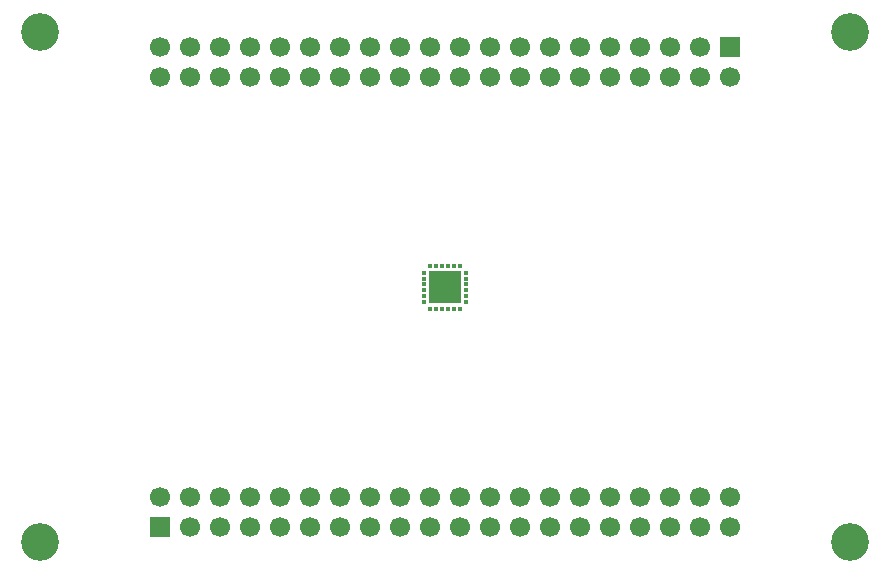
<source format=gbr>
G04 #@! TF.GenerationSoftware,KiCad,Pcbnew,6.0.4+dfsg-1+b1*
G04 #@! TF.CreationDate,2022-05-04T11:51:56+08:00*
G04 #@! TF.ProjectId,test,74657374-2e6b-4696-9361-645f70636258,rev?*
G04 #@! TF.SameCoordinates,Original*
G04 #@! TF.FileFunction,Copper,L1,Top*
G04 #@! TF.FilePolarity,Positive*
%FSLAX46Y46*%
G04 Gerber Fmt 4.6, Leading zero omitted, Abs format (unit mm)*
G04 Created by KiCad (PCBNEW 6.0.4+dfsg-1+b1) date 2022-05-04 11:51:56*
%MOMM*%
%LPD*%
G01*
G04 APERTURE LIST*
G04 Aperture macros list*
%AMRoundRect*
0 Rectangle with rounded corners*
0 $1 Rounding radius*
0 $2 $3 $4 $5 $6 $7 $8 $9 X,Y pos of 4 corners*
0 Add a 4 corners polygon primitive as box body*
4,1,4,$2,$3,$4,$5,$6,$7,$8,$9,$2,$3,0*
0 Add four circle primitives for the rounded corners*
1,1,$1+$1,$2,$3*
1,1,$1+$1,$4,$5*
1,1,$1+$1,$6,$7*
1,1,$1+$1,$8,$9*
0 Add four rect primitives between the rounded corners*
20,1,$1+$1,$2,$3,$4,$5,0*
20,1,$1+$1,$4,$5,$6,$7,0*
20,1,$1+$1,$6,$7,$8,$9,0*
20,1,$1+$1,$8,$9,$2,$3,0*%
G04 Aperture macros list end*
G04 #@! TA.AperFunction,SMDPad,CuDef*
%ADD10RoundRect,0.100000X-0.100000X-0.100000X0.100000X-0.100000X0.100000X0.100000X-0.100000X0.100000X0*%
G04 #@! TD*
G04 #@! TA.AperFunction,ComponentPad*
%ADD11C,0.600000*%
G04 #@! TD*
G04 #@! TA.AperFunction,SMDPad,CuDef*
%ADD12R,2.800000X2.800000*%
G04 #@! TD*
G04 #@! TA.AperFunction,ComponentPad*
%ADD13C,3.200000*%
G04 #@! TD*
G04 #@! TA.AperFunction,ComponentPad*
%ADD14R,1.700000X1.700000*%
G04 #@! TD*
G04 #@! TA.AperFunction,ComponentPad*
%ADD15C,1.700000*%
G04 #@! TD*
G04 APERTURE END LIST*
D10*
G04 #@! TO.P,U1,1,P1_0*
G04 #@! TO.N,unconnected-(U1-Pad1)*
X131550000Y-87650000D03*
G04 #@! TO.P,U1,2,P1_1*
G04 #@! TO.N,unconnected-(U1-Pad2)*
X131550000Y-88150000D03*
G04 #@! TO.P,U1,3,P1_2*
G04 #@! TO.N,unconnected-(U1-Pad3)*
X131550000Y-88650000D03*
G04 #@! TO.P,U1,4,P1_3*
G04 #@! TO.N,unconnected-(U1-Pad4)*
X131550000Y-89150000D03*
G04 #@! TO.P,U1,5,P0_0*
G04 #@! TO.N,unconnected-(U1-Pad5)*
X131550000Y-89650000D03*
G04 #@! TO.P,U1,6,P0_1*
G04 #@! TO.N,unconnected-(U1-Pad6)*
X131550000Y-90150000D03*
G04 #@! TO.P,U1,7,P0_2*
G04 #@! TO.N,unconnected-(U1-Pad7)*
X132100000Y-90700000D03*
G04 #@! TO.P,U1,8,P0_3*
G04 #@! TO.N,unconnected-(U1-Pad8)*
X132600000Y-90700000D03*
G04 #@! TO.P,U1,9,GND*
G04 #@! TO.N,unconnected-(U1-Pad9)*
X133100000Y-90700000D03*
G04 #@! TO.P,U1,10,P0_4*
G04 #@! TO.N,unconnected-(U1-Pad10)*
X133600000Y-90700000D03*
G04 #@! TO.P,U1,11,P0_5*
G04 #@! TO.N,unconnected-(U1-Pad11)*
X134100000Y-90700000D03*
G04 #@! TO.P,U1,12,P0_6*
G04 #@! TO.N,unconnected-(U1-Pad12)*
X134600000Y-90700000D03*
G04 #@! TO.P,U1,13,P0_7*
G04 #@! TO.N,unconnected-(U1-Pad13)*
X135150000Y-90150000D03*
G04 #@! TO.P,U1,14,P1_4*
G04 #@! TO.N,unconnected-(U1-Pad14)*
X135150000Y-89650000D03*
G04 #@! TO.P,U1,15,P1_5*
G04 #@! TO.N,unconnected-(U1-Pad15)*
X135150000Y-89150000D03*
G04 #@! TO.P,U1,16,P1_6*
G04 #@! TO.N,unconnected-(U1-Pad16)*
X135150000Y-88650000D03*
G04 #@! TO.P,U1,17,P1_7*
G04 #@! TO.N,unconnected-(U1-Pad17)*
X135150000Y-88150000D03*
G04 #@! TO.P,U1,18,AD0*
G04 #@! TO.N,unconnected-(U1-Pad18)*
X135150000Y-87650000D03*
G04 #@! TO.P,U1,19,SCL*
G04 #@! TO.N,unconnected-(U1-Pad19)*
X134600000Y-87100000D03*
G04 #@! TO.P,U1,20,SDA*
G04 #@! TO.N,unconnected-(U1-Pad20)*
X134100000Y-87100000D03*
G04 #@! TO.P,U1,21,VCC*
G04 #@! TO.N,unconnected-(U1-Pad21)*
X133600000Y-87100000D03*
G04 #@! TO.P,U1,22,INTN*
G04 #@! TO.N,unconnected-(U1-Pad22)*
X133100000Y-87100000D03*
G04 #@! TO.P,U1,23,RSTN*
G04 #@! TO.N,unconnected-(U1-Pad23)*
X132600000Y-87100000D03*
G04 #@! TO.P,U1,24,AD1*
G04 #@! TO.N,unconnected-(U1-Pad24)*
X132100000Y-87100000D03*
D11*
G04 #@! TO.P,U1,25,GND*
G04 #@! TO.N,unconnected-(U1-Pad25)*
X133350000Y-90000000D03*
X132250000Y-88900000D03*
X132250000Y-87800000D03*
X133350000Y-88900000D03*
X133350000Y-87800000D03*
X134450000Y-88900000D03*
D12*
X133350000Y-88900000D03*
D11*
X134450000Y-90000000D03*
X134450000Y-87800000D03*
X132250000Y-90000000D03*
G04 #@! TD*
D13*
G04 #@! TO.P,J1,*
G04 #@! TO.N,*
X99060000Y-67310000D03*
X167640000Y-67310000D03*
X167640000Y-110490000D03*
X99060000Y-110490000D03*
D14*
G04 #@! TO.P,J1,1,3.3V*
G04 #@! TO.N,unconnected-(J1-Pad1)*
X109220000Y-109220000D03*
D15*
G04 #@! TO.P,J1,2,GND*
G04 #@! TO.N,unconnected-(J1-Pad2)*
X109220000Y-106680000D03*
G04 #@! TO.P,J1,3,BO0*
G04 #@! TO.N,unconnected-(J1-Pad3)*
X111760000Y-109220000D03*
G04 #@! TO.P,J1,4,NRST*
G04 #@! TO.N,unconnected-(J1-Pad4)*
X111760000Y-106680000D03*
G04 #@! TO.P,J1,5,PC0*
G04 #@! TO.N,unconnected-(J1-Pad5)*
X114300000Y-109220000D03*
G04 #@! TO.P,J1,6,PC1*
G04 #@! TO.N,unconnected-(J1-Pad6)*
X114300000Y-106680000D03*
G04 #@! TO.P,J1,7,PC2*
G04 #@! TO.N,unconnected-(J1-Pad7)*
X116840000Y-109220000D03*
G04 #@! TO.P,J1,8,PC3*
G04 #@! TO.N,unconnected-(J1-Pad8)*
X116840000Y-106680000D03*
G04 #@! TO.P,J1,9,PA0*
G04 #@! TO.N,unconnected-(J1-Pad9)*
X119380000Y-109220000D03*
G04 #@! TO.P,J1,10,PA1*
G04 #@! TO.N,unconnected-(J1-Pad10)*
X119380000Y-106680000D03*
G04 #@! TO.P,J1,11,PA2*
G04 #@! TO.N,unconnected-(J1-Pad11)*
X121920000Y-109220000D03*
G04 #@! TO.P,J1,12,PA3*
G04 #@! TO.N,unconnected-(J1-Pad12)*
X121920000Y-106680000D03*
G04 #@! TO.P,J1,13,PA4*
G04 #@! TO.N,unconnected-(J1-Pad13)*
X124460000Y-109220000D03*
G04 #@! TO.P,J1,14,PA5*
G04 #@! TO.N,unconnected-(J1-Pad14)*
X124460000Y-106680000D03*
G04 #@! TO.P,J1,15,PA6*
G04 #@! TO.N,unconnected-(J1-Pad15)*
X127000000Y-109220000D03*
G04 #@! TO.P,J1,16,PA7*
G04 #@! TO.N,unconnected-(J1-Pad16)*
X127000000Y-106680000D03*
G04 #@! TO.P,J1,17,PC4*
G04 #@! TO.N,unconnected-(J1-Pad17)*
X129540000Y-109220000D03*
G04 #@! TO.P,J1,18,PC5*
G04 #@! TO.N,unconnected-(J1-Pad18)*
X129540000Y-106680000D03*
G04 #@! TO.P,J1,19,PB0*
G04 #@! TO.N,unconnected-(J1-Pad19)*
X132080000Y-109220000D03*
G04 #@! TO.P,J1,20,PB1*
G04 #@! TO.N,unconnected-(J1-Pad20)*
X132080000Y-106680000D03*
G04 #@! TO.P,J1,21,PB2*
G04 #@! TO.N,unconnected-(J1-Pad21)*
X134620000Y-109220000D03*
G04 #@! TO.P,J1,22,U0*
G04 #@! TO.N,unconnected-(J1-Pad22)*
X134620000Y-106680000D03*
G04 #@! TO.P,J1,23,PB10*
G04 #@! TO.N,unconnected-(J1-Pad23)*
X137160000Y-109220000D03*
G04 #@! TO.P,J1,24,PB11*
G04 #@! TO.N,unconnected-(J1-Pad24)*
X137160000Y-106680000D03*
G04 #@! TO.P,J1,25,PB12*
G04 #@! TO.N,unconnected-(J1-Pad25)*
X139700000Y-109220000D03*
G04 #@! TO.P,J1,26,PB13*
G04 #@! TO.N,unconnected-(J1-Pad26)*
X139700000Y-106680000D03*
G04 #@! TO.P,J1,27,PB14*
G04 #@! TO.N,unconnected-(J1-Pad27)*
X142240000Y-109220000D03*
G04 #@! TO.P,J1,28,PB15*
G04 #@! TO.N,unconnected-(J1-Pad28)*
X142240000Y-106680000D03*
G04 #@! TO.P,J1,29,PC6*
G04 #@! TO.N,unconnected-(J1-Pad29)*
X144780000Y-109220000D03*
G04 #@! TO.P,J1,30,PC7*
G04 #@! TO.N,unconnected-(J1-Pad30)*
X144780000Y-106680000D03*
G04 #@! TO.P,J1,31,PC8*
G04 #@! TO.N,unconnected-(J1-Pad31)*
X147320000Y-109220000D03*
G04 #@! TO.P,J1,32,PC9*
G04 #@! TO.N,unconnected-(J1-Pad32)*
X147320000Y-106680000D03*
G04 #@! TO.P,J1,33,U1*
G04 #@! TO.N,unconnected-(J1-Pad33)*
X149860000Y-109220000D03*
G04 #@! TO.P,J1,34,U2*
G04 #@! TO.N,unconnected-(J1-Pad34)*
X149860000Y-106680000D03*
G04 #@! TO.P,J1,35,U3*
G04 #@! TO.N,unconnected-(J1-Pad35)*
X152400000Y-109220000D03*
G04 #@! TO.P,J1,36,U4*
G04 #@! TO.N,unconnected-(J1-Pad36)*
X152400000Y-106680000D03*
G04 #@! TO.P,J1,37,3.3V*
G04 #@! TO.N,unconnected-(J1-Pad37)*
X154940000Y-109220000D03*
G04 #@! TO.P,J1,38,GND*
G04 #@! TO.N,unconnected-(J1-Pad38)*
X154940000Y-106680000D03*
G04 #@! TO.P,J1,39,5V*
G04 #@! TO.N,unconnected-(J1-Pad39)*
X157480000Y-109220000D03*
G04 #@! TO.P,J1,40,GND*
G04 #@! TO.N,unconnected-(J1-Pad40)*
X157480000Y-106680000D03*
D14*
G04 #@! TO.P,J1,41,5V*
G04 #@! TO.N,unconnected-(J1-Pad41)*
X157480000Y-68580000D03*
D15*
G04 #@! TO.P,J1,42,GND*
G04 #@! TO.N,unconnected-(J1-Pad42)*
X157480000Y-71120000D03*
G04 #@! TO.P,J1,43,3.3V*
G04 #@! TO.N,unconnected-(J1-Pad43)*
X154940000Y-68580000D03*
G04 #@! TO.P,J1,44,GND*
G04 #@! TO.N,unconnected-(J1-Pad44)*
X154940000Y-71120000D03*
G04 #@! TO.P,J1,45,U15*
G04 #@! TO.N,unconnected-(J1-Pad45)*
X152400000Y-68580000D03*
G04 #@! TO.P,J1,46,U16*
G04 #@! TO.N,unconnected-(J1-Pad46)*
X152400000Y-71120000D03*
G04 #@! TO.P,J1,47,U13*
G04 #@! TO.N,unconnected-(J1-Pad47)*
X149860000Y-68580000D03*
G04 #@! TO.P,J1,48,U14*
G04 #@! TO.N,unconnected-(J1-Pad48)*
X149860000Y-71120000D03*
G04 #@! TO.P,J1,49,PA8*
G04 #@! TO.N,unconnected-(J1-Pad49)*
X147320000Y-68580000D03*
G04 #@! TO.P,J1,50,PA9*
G04 #@! TO.N,unconnected-(J1-Pad50)*
X147320000Y-71120000D03*
G04 #@! TO.P,J1,51,PA10*
G04 #@! TO.N,unconnected-(J1-Pad51)*
X144780000Y-68580000D03*
G04 #@! TO.P,J1,52,PA11*
G04 #@! TO.N,unconnected-(J1-Pad52)*
X144780000Y-71120000D03*
G04 #@! TO.P,J1,53,PA12*
G04 #@! TO.N,unconnected-(J1-Pad53)*
X142240000Y-68580000D03*
G04 #@! TO.P,J1,54,PA13*
G04 #@! TO.N,unconnected-(J1-Pad54)*
X142240000Y-71120000D03*
G04 #@! TO.P,J1,55,PA14*
G04 #@! TO.N,unconnected-(J1-Pad55)*
X139700000Y-68580000D03*
G04 #@! TO.P,J1,56,PA15*
G04 #@! TO.N,unconnected-(J1-Pad56)*
X139700000Y-71120000D03*
G04 #@! TO.P,J1,57,U11*
G04 #@! TO.N,unconnected-(J1-Pad57)*
X137160000Y-68580000D03*
G04 #@! TO.P,J1,58,U12*
G04 #@! TO.N,unconnected-(J1-Pad58)*
X137160000Y-71120000D03*
G04 #@! TO.P,J1,59,PC10*
G04 #@! TO.N,unconnected-(J1-Pad59)*
X134620000Y-68580000D03*
G04 #@! TO.P,J1,60,PC11*
G04 #@! TO.N,unconnected-(J1-Pad60)*
X134620000Y-71120000D03*
G04 #@! TO.P,J1,61,PC12*
G04 #@! TO.N,unconnected-(J1-Pad61)*
X132080000Y-68580000D03*
G04 #@! TO.P,J1,62,U8*
G04 #@! TO.N,unconnected-(J1-Pad62)*
X132080000Y-71120000D03*
G04 #@! TO.P,J1,63,PD2*
G04 #@! TO.N,unconnected-(J1-Pad63)*
X129540000Y-68580000D03*
G04 #@! TO.P,J1,64,PB3*
G04 #@! TO.N,unconnected-(J1-Pad64)*
X129540000Y-71120000D03*
G04 #@! TO.P,J1,65,PB4*
G04 #@! TO.N,unconnected-(J1-Pad65)*
X127000000Y-68580000D03*
G04 #@! TO.P,J1,66,PB5*
G04 #@! TO.N,unconnected-(J1-Pad66)*
X127000000Y-71120000D03*
G04 #@! TO.P,J1,67,PB6*
G04 #@! TO.N,unconnected-(J1-Pad67)*
X124460000Y-68580000D03*
G04 #@! TO.P,J1,68,PB7*
G04 #@! TO.N,unconnected-(J1-Pad68)*
X124460000Y-71120000D03*
G04 #@! TO.P,J1,69,PB8*
G04 #@! TO.N,unconnected-(J1-Pad69)*
X121920000Y-68580000D03*
G04 #@! TO.P,J1,70,PB9*
G04 #@! TO.N,unconnected-(J1-Pad70)*
X121920000Y-71120000D03*
G04 #@! TO.P,J1,71,U9*
G04 #@! TO.N,unconnected-(J1-Pad71)*
X119380000Y-68580000D03*
G04 #@! TO.P,J1,72,U10*
G04 #@! TO.N,unconnected-(J1-Pad72)*
X119380000Y-71120000D03*
G04 #@! TO.P,J1,73,PC14*
G04 #@! TO.N,unconnected-(J1-Pad73)*
X116840000Y-68580000D03*
G04 #@! TO.P,J1,74,PC13*
G04 #@! TO.N,unconnected-(J1-Pad74)*
X116840000Y-71120000D03*
G04 #@! TO.P,J1,75,U7*
G04 #@! TO.N,unconnected-(J1-Pad75)*
X114300000Y-68580000D03*
G04 #@! TO.P,J1,76,PC15*
G04 #@! TO.N,unconnected-(J1-Pad76)*
X114300000Y-71120000D03*
G04 #@! TO.P,J1,77,U5*
G04 #@! TO.N,unconnected-(J1-Pad77)*
X111760000Y-68580000D03*
G04 #@! TO.P,J1,78,U6*
G04 #@! TO.N,unconnected-(J1-Pad78)*
X111760000Y-71120000D03*
G04 #@! TO.P,J1,79,3.3V*
G04 #@! TO.N,unconnected-(J1-Pad79)*
X109220000Y-68580000D03*
G04 #@! TO.P,J1,80,GND*
G04 #@! TO.N,unconnected-(J1-Pad80)*
X109220000Y-71120000D03*
G04 #@! TD*
M02*

</source>
